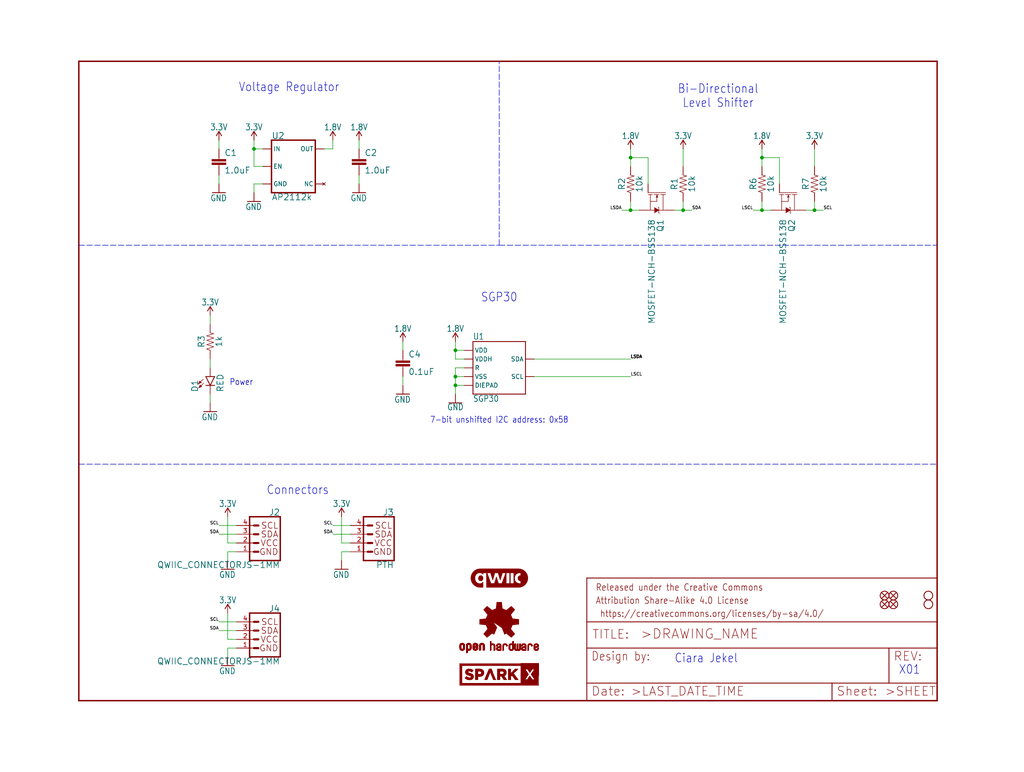
<source format=kicad_sch>
(kicad_sch (version 20211123) (generator eeschema)
  (paper "User" 297.002 223.926)
  (lib_symbols
    (symbol "eagleSchem-eagle-import:0.1UF-0603-25V-(+80{slash}-20%)"
      (property "Reference" "C" (at 1.524 2.921 0))
      (property "Value" "0.1UF-0603-25V-(+80{slash}-20%)" (at 1.524 -2.159 0))
      (symbol "0.1UF-0603-25V-(+80{slash}-20%)_1_0"
        (pin passive line (at 0 5.08 270) (length 2.54) (name "1") (number "1"))
        (pin passive line (at 0 -2.54 90) (length 2.54) (name "2") (number "2"))
      )
    )
    (symbol "eagleSchem-eagle-import:1.0UF-0603-16V-10%"
      (property "Reference" "C" (at 1.524 2.921 0))
      (property "Value" "1.0UF-0603-16V-10%" (at 1.524 -2.159 0))
      (symbol "1.0UF-0603-16V-10%_1_0"
        (pin passive line (at 0 5.08 270) (length 2.54) (name "1") (number "1"))
        (pin passive line (at 0 -2.54 90) (length 2.54) (name "2") (number "2"))
      )
    )
    (symbol "eagleSchem-eagle-import:1.8V" (power)
      (property "Value" "1.8V" (at 0 2.794 0))
      (symbol "1.8V_1_0"
        (pin power_in line (at 0 0 90) (length 2.54) (name "1.8V") (number "1"))
      )
    )
    (symbol "eagleSchem-eagle-import:10KOHM-0603-1{slash}10W-1%"
      (property "Reference" "R" (at 0 1.524 0))
      (property "Value" "10KOHM-0603-1{slash}10W-1%" (at 0 -1.524 0))
      (symbol "10KOHM-0603-1{slash}10W-1%_1_0"
        (pin passive line (at -5.08 0 0) (length 2.54) (name "1") (number "1"))
        (pin passive line (at 5.08 0 180) (length 2.54) (name "2") (number "2"))
      )
    )
    (symbol "eagleSchem-eagle-import:1KOHM-0603-1{slash}10W-1%"
      (property "Reference" "R" (at 0 1.524 0))
      (property "Value" "1KOHM-0603-1{slash}10W-1%" (at 0 -1.524 0))
      (symbol "1KOHM-0603-1{slash}10W-1%_1_0"
        (pin passive line (at -5.08 0 0) (length 2.54) (name "1") (number "1"))
        (pin passive line (at 5.08 0 180) (length 2.54) (name "2") (number "2"))
      )
    )
    (symbol "eagleSchem-eagle-import:3.3V" (power)
      (property "Value" "3.3V" (at 0 2.794 0))
      (symbol "3.3V_1_0"
        (pin power_in line (at 0 0 90) (length 2.54) (name "3.3V") (number "1"))
      )
    )
    (symbol "eagleSchem-eagle-import:FIDUCIALUFIDUCIAL")
    (symbol "eagleSchem-eagle-import:FRAME-LETTER"
      (symbol "FRAME-LETTER_2_0"
        (text " https://creativecommons.org/licenses/by-sa/4.0/" (at 2.54 24.13 0) (effects (font (size 1.9304 1.6408)) (justify left bottom)))
        (text ">DRAWING_NAME" (at 15.494 17.78 0) (effects (font (size 2.7432 2.7432)) (justify left bottom)))
        (text ">LAST_DATE_TIME" (at 12.7 1.27 0) (effects (font (size 2.54 2.54)) (justify left bottom)))
        (text ">SHEET" (at 86.36 1.27 0) (effects (font (size 2.54 2.54)) (justify left bottom)))
        (text "Attribution Share-Alike 4.0 License" (at 2.54 27.94 0) (effects (font (size 1.9304 1.6408)) (justify left bottom)))
        (text "Date:" (at 1.27 1.27 0) (effects (font (size 2.54 2.54)) (justify left bottom)))
        (text "Design by:" (at 1.27 11.43 0) (effects (font (size 2.54 2.159)) (justify left bottom)))
        (text "Released under the Creative Commons" (at 2.54 31.75 0) (effects (font (size 1.9304 1.6408)) (justify left bottom)))
        (text "REV:" (at 88.9 11.43 0) (effects (font (size 2.54 2.54)) (justify left bottom)))
        (text "Sheet:" (at 72.39 1.27 0) (effects (font (size 2.54 2.54)) (justify left bottom)))
        (text "TITLE:" (at 1.524 17.78 0) (effects (font (size 2.54 2.54)) (justify left bottom)))
      )
    )
    (symbol "eagleSchem-eagle-import:GND" (power)
      (property "Value" "GND" (at 0 -0.254 0))
      (symbol "GND_1_0"
        (pin power_in line (at 0 2.54 270) (length 2.54) (name "GND") (number "1"))
      )
    )
    (symbol "eagleSchem-eagle-import:I2C_STANDARD_NO_SILK"
      (property "Reference" "J" (at -5.08 7.874 0))
      (property "Value" "I2C_STANDARD_NO_SILK" (at -5.08 -5.334 0))
      (symbol "I2C_STANDARD_NO_SILK_1_0"
        (text "GND" (at -4.572 -2.54 0) (effects (font (size 1.778 1.778)) (justify left)))
        (text "SCL" (at -4.572 5.08 0) (effects (font (size 1.778 1.778)) (justify left)))
        (text "SDA" (at -4.572 2.54 0) (effects (font (size 1.778 1.778)) (justify left)))
        (text "VCC" (at -4.572 0 0) (effects (font (size 1.778 1.778)) (justify left)))
        (pin power_in line (at 7.62 -2.54 180) (length 5.08) (name "GND") (number "1"))
        (pin power_in line (at 7.62 0 180) (length 5.08) (name "VCC") (number "2"))
        (pin passive line (at 7.62 2.54 180) (length 5.08) (name "SDA") (number "3"))
        (pin passive line (at 7.62 5.08 180) (length 5.08) (name "SCL") (number "4"))
      )
    )
    (symbol "eagleSchem-eagle-import:LED-RED0603"
      (property "Reference" "D" (at -3.429 -4.572 90))
      (property "Value" "LED-RED0603" (at 1.905 -4.572 90))
      (symbol "LED-RED0603_1_0"
        (pin passive line (at 0 2.54 270) (length 2.54) (name "A") (number "A"))
        (pin passive line (at 0 -5.08 90) (length 2.54) (name "C") (number "C"))
      )
    )
    (symbol "eagleSchem-eagle-import:MIC5504"
      (property "Reference" "U" (at -7.62 7.874 0))
      (property "Value" "MIC5504" (at -7.62 -7.874 0))
      (symbol "MIC5504_1_0"
        (pin input line (at -10.16 5.08 0) (length 2.54) (name "IN") (number "1"))
        (pin input line (at -10.16 -5.08 0) (length 2.54) (name "GND") (number "2"))
        (pin input line (at -10.16 0 0) (length 2.54) (name "EN") (number "3"))
        (pin no_connect line (at 7.62 -5.08 180) (length 2.54) (name "NC") (number "4"))
        (pin passive line (at 7.62 5.08 180) (length 2.54) (name "OUT") (number "5"))
      )
    )
    (symbol "eagleSchem-eagle-import:MOSFET-NCH-BSS138"
      (property "Reference" "Q" (at 5.08 0 0))
      (property "Value" "MOSFET-NCH-BSS138" (at 5.08 -2.54 0))
      (symbol "MOSFET-NCH-BSS138_1_0"
        (pin bidirectional line (at -5.08 -2.54 0) (length 2.54) (name "G") (number "1"))
        (pin bidirectional line (at 2.54 -5.08 90) (length 2.54) (name "S") (number "2"))
        (pin bidirectional line (at 2.54 5.08 270) (length 2.54) (name "D") (number "3"))
      )
    )
    (symbol "eagleSchem-eagle-import:OSHW-LOGOMINI")
    (symbol "eagleSchem-eagle-import:QWIIC_CONNECTORJS-1MM"
      (property "Reference" "J" (at -5.08 7.874 0))
      (property "Value" "QWIIC_CONNECTORJS-1MM" (at -5.08 -5.334 0))
      (symbol "QWIIC_CONNECTORJS-1MM_1_0"
        (text "GND" (at -4.572 -2.54 0) (effects (font (size 1.778 1.778)) (justify left)))
        (text "SCL" (at -4.572 5.08 0) (effects (font (size 1.778 1.778)) (justify left)))
        (text "SDA" (at -4.572 2.54 0) (effects (font (size 1.778 1.778)) (justify left)))
        (text "VCC" (at -4.572 0 0) (effects (font (size 1.778 1.778)) (justify left)))
        (pin power_in line (at 7.62 -2.54 180) (length 5.08) (name "1") (number "1"))
        (pin power_in line (at 7.62 0 180) (length 5.08) (name "2") (number "2"))
        (pin passive line (at 7.62 2.54 180) (length 5.08) (name "3") (number "3"))
        (pin passive line (at 7.62 5.08 180) (length 5.08) (name "4") (number "4"))
      )
    )
    (symbol "eagleSchem-eagle-import:QWIIC_LOGO_7MM")
    (symbol "eagleSchem-eagle-import:SGP30"
      (property "Reference" "U" (at -7.62 8.128 0))
      (property "Value" "SGP30" (at -7.62 -9.906 0))
      (symbol "SGP30_1_0"
        (pin bidirectional line (at -10.16 5.08 0) (length 2.54) (name "VDD") (number "1"))
        (pin bidirectional line (at -10.16 -2.54 0) (length 2.54) (name "VSS") (number "2"))
        (pin bidirectional line (at 10.16 2.54 180) (length 2.54) (name "SDA") (number "3"))
        (pin bidirectional line (at -10.16 0 0) (length 2.54) (name "R") (number "4"))
        (pin bidirectional line (at -10.16 2.54 0) (length 2.54) (name "VDDH") (number "5"))
        (pin bidirectional line (at 10.16 -2.54 180) (length 2.54) (name "SCL") (number "6"))
        (pin bidirectional line (at -10.16 -5.08 0) (length 2.54) (name "DIEPAD") (number "DIEPAD"))
      )
    )
    (symbol "eagleSchem-eagle-import:SPARKX-LOGO4")
    (symbol "eagleSchem-eagle-import:STAND-OFF")
  )
  (junction (at 73.66 43.18))
  (junction (at 182.88 60.96))
  (junction (at 132.08 111.76))
  (junction (at 236.22 60.96))
  (junction (at 182.88 45.72))
  (junction (at 220.98 45.72))
  (junction (at 132.08 109.22))
  (junction (at 220.98 60.96))
  (junction (at 198.12 60.96))
  (junction (at 132.08 101.6))
  (wire (pts (xy 198.12 48.26) (xy 198.12 43.18)))
  (wire (pts (xy 66.04 160.02) (xy 66.04 162.56)))
  (wire (pts (xy 63.5 50.8) (xy 63.5 53.34)))
  (wire (pts (xy 73.66 43.18) (xy 73.66 40.64)))
  (wire (pts (xy 220.98 60.96) (xy 223.52 60.96)))
  (wire (pts (xy 182.88 45.72) (xy 182.88 43.18)))
  (wire (pts (xy 101.6 157.48) (xy 99.06 157.48)))
  (wire (pts (xy 76.2 48.26) (xy 73.66 48.26)))
  (wire (pts (xy 198.12 60.96) (xy 200.66 60.96)))
  (wire (pts (xy 68.58 160.02) (xy 66.04 160.02)))
  (wire (pts (xy 68.58 182.88) (xy 63.5 182.88)))
  (wire (pts (xy 154.94 109.22) (xy 182.88 109.22)))
  (wire (pts (xy 68.58 185.42) (xy 66.04 185.42)))
  (wire (pts (xy 198.12 60.96) (xy 198.12 58.42)))
  (wire (pts (xy 182.88 60.96) (xy 180.34 60.96)))
  (polyline (pts (xy 144.78 71.12) (xy 271.78 71.12)))
  (wire (pts (xy 99.06 160.02) (xy 99.06 162.56)))
  (wire (pts (xy 101.6 160.02) (xy 99.06 160.02)))
  (wire (pts (xy 73.66 48.26) (xy 73.66 43.18)))
  (wire (pts (xy 132.08 104.14) (xy 132.08 101.6)))
  (wire (pts (xy 96.52 43.18) (xy 96.52 40.64)))
  (wire (pts (xy 63.5 43.18) (xy 63.5 40.64)))
  (wire (pts (xy 195.58 60.96) (xy 198.12 60.96)))
  (wire (pts (xy 236.22 48.26) (xy 236.22 43.18)))
  (wire (pts (xy 134.62 111.76) (xy 132.08 111.76)))
  (wire (pts (xy 236.22 58.42) (xy 236.22 60.96)))
  (wire (pts (xy 132.08 101.6) (xy 132.08 99.06)))
  (wire (pts (xy 68.58 157.48) (xy 66.04 157.48)))
  (wire (pts (xy 182.88 60.96) (xy 185.42 60.96)))
  (wire (pts (xy 73.66 55.88) (xy 73.66 53.34)))
  (polyline (pts (xy 144.78 71.12) (xy 144.78 17.78)))
  (wire (pts (xy 226.06 53.34) (xy 226.06 45.72)))
  (wire (pts (xy 226.06 45.72) (xy 220.98 45.72)))
  (wire (pts (xy 116.84 109.22) (xy 116.84 111.76)))
  (wire (pts (xy 101.6 154.94) (xy 96.52 154.94)))
  (wire (pts (xy 132.08 111.76) (xy 132.08 114.3)))
  (polyline (pts (xy 22.86 71.12) (xy 144.78 71.12)))
  (wire (pts (xy 60.96 116.84) (xy 60.96 114.3)))
  (wire (pts (xy 68.58 187.96) (xy 66.04 187.96)))
  (wire (pts (xy 236.22 60.96) (xy 233.68 60.96)))
  (wire (pts (xy 220.98 58.42) (xy 220.98 60.96)))
  (wire (pts (xy 101.6 152.4) (xy 96.52 152.4)))
  (wire (pts (xy 60.96 93.98) (xy 60.96 91.44)))
  (wire (pts (xy 182.88 45.72) (xy 182.88 48.26)))
  (wire (pts (xy 134.62 104.14) (xy 132.08 104.14)))
  (polyline (pts (xy 22.86 134.62) (xy 271.78 134.62)))
  (wire (pts (xy 66.04 157.48) (xy 66.04 149.86)))
  (wire (pts (xy 220.98 45.72) (xy 220.98 48.26)))
  (wire (pts (xy 187.96 53.34) (xy 187.96 45.72)))
  (wire (pts (xy 187.96 45.72) (xy 182.88 45.72)))
  (wire (pts (xy 182.88 58.42) (xy 182.88 60.96)))
  (wire (pts (xy 104.14 50.8) (xy 104.14 53.34)))
  (wire (pts (xy 68.58 152.4) (xy 63.5 152.4)))
  (wire (pts (xy 132.08 109.22) (xy 132.08 111.76)))
  (wire (pts (xy 76.2 43.18) (xy 73.66 43.18)))
  (wire (pts (xy 116.84 101.6) (xy 116.84 99.06)))
  (wire (pts (xy 99.06 157.48) (xy 99.06 149.86)))
  (wire (pts (xy 132.08 106.68) (xy 132.08 109.22)))
  (wire (pts (xy 236.22 60.96) (xy 238.76 60.96)))
  (wire (pts (xy 73.66 53.34) (xy 76.2 53.34)))
  (wire (pts (xy 132.08 101.6) (xy 134.62 101.6)))
  (wire (pts (xy 60.96 106.68) (xy 60.96 104.14)))
  (wire (pts (xy 68.58 154.94) (xy 63.5 154.94)))
  (wire (pts (xy 154.94 104.14) (xy 182.88 104.14)))
  (wire (pts (xy 104.14 43.18) (xy 104.14 40.64)))
  (wire (pts (xy 68.58 180.34) (xy 63.5 180.34)))
  (wire (pts (xy 66.04 187.96) (xy 66.04 190.5)))
  (wire (pts (xy 220.98 45.72) (xy 220.98 43.18)))
  (wire (pts (xy 134.62 109.22) (xy 132.08 109.22)))
  (wire (pts (xy 93.98 43.18) (xy 96.52 43.18)))
  (wire (pts (xy 220.98 60.96) (xy 218.44 60.96)))
  (wire (pts (xy 134.62 106.68) (xy 132.08 106.68)))
  (wire (pts (xy 66.04 185.42) (xy 66.04 177.8)))
  (text "Ciara Jekel" (at 195.58 192.532 180) (effects (font (size 2.54 2.159)) (justify left bottom)))
  (text "7-bit unshifted I2C address: 0x58" (at 144.78 121.92 180) (effects (font (size 1.778 1.5113))))
  (text "X01" (at 260.604 195.834 180) (effects (font (size 2.54 2.159)) (justify left bottom)))
  (text "SGP30" (at 144.78 86.36 180) (effects (font (size 2.54 2.159))))
  (text "Connectors" (at 86.36 142.24 180) (effects (font (size 2.54 2.159))))
  (text "Bi-Directional\nLevel Shifter" (at 208.28 27.94 180) (effects (font (size 2.54 2.159))))
  (text "Voltage Regulator" (at 83.82 25.4 180) (effects (font (size 2.54 2.159))))
  (text "Power" (at 66.548 112.014 180) (effects (font (size 1.778 1.5113)) (justify left bottom)))
  (label "SDA" (at 96.52 154.94 180) (effects (font (size 0.889 0.889))))
  (label "SCL" (at 238.76 60.96 0) (effects (font (size 0.889 0.889))))
  (label "LSDA" (at 182.88 104.14 0) (effects (font (size 0.889 0.889))))
  (label "SDA" (at 63.5 154.94 180) (effects (font (size 0.889 0.889))))
  (label "SDA" (at 200.66 60.96 0) (effects (font (size 0.889 0.889))))
  (label "LSCL" (at 182.88 109.22 0) (effects (font (size 0.889 0.889))))
  (label "SCL" (at 96.52 152.4 180) (effects (font (size 0.889 0.889))))
  (label "LSDA" (at 182.88 104.14 0) (effects (font (size 0.889 0.889))))
  (label "LSCL" (at 218.44 60.96 180) (effects (font (size 0.889 0.889))))
  (label "LSDA" (at 180.34 60.96 180) (effects (font (size 0.889 0.889))))
  (label "SDA" (at 63.5 182.88 180) (effects (font (size 0.889 0.889))))
  (label "LSDA" (at 182.88 104.14 0) (effects (font (size 0.889 0.889))))
  (label "LSDA" (at 182.88 104.14 0) (effects (font (size 0.889 0.889))))
  (label "LSDA" (at 182.88 104.14 0) (effects (font (size 0.889 0.889))))
  (label "SCL" (at 63.5 152.4 180) (effects (font (size 0.889 0.889))))
  (label "SCL" (at 63.5 180.34 180) (effects (font (size 0.889 0.889))))
  (symbol (lib_id "eagleSchem-eagle-import:FRAME-LETTER") (at 170.18 203.2 0) (unit 2)
    (property "Reference" "FRAME1" (effects hide))
    (property "Value" "FRAME-LETTER" (effects hide))
    (property "Footprint" "eagleSchem:CREATIVE_COMMONS" (effects hide))
  )
  (symbol (lib_id "eagleSchem-eagle-import:GND") (at 66.04 193.04 0) (unit 1)
    (property "Reference" "#GND8" (effects hide))
    (property "Value" "GND" (at 63.5 195.58 0) (effects (font (size 1.778 1.5113)) (justify left bottom)))
    (property "Footprint" "eagleSchem:" (effects hide))
  )
  (symbol (lib_id "eagleSchem-eagle-import:1.8V") (at 96.52 40.64 0) (unit 1)
    (property "Reference" "#SUPPLY5" (effects hide))
    (property "Value" "1.8V" (at 96.52 37.846 0) (effects (font (size 1.778 1.5113)) (justify bottom)))
    (property "Footprint" "eagleSchem:" (effects hide))
  )
  (symbol (lib_id "eagleSchem-eagle-import:3.3V") (at 236.22 43.18 0) (unit 1)
    (property "Reference" "#SUPPLY9" (effects hide))
    (property "Value" "3.3V" (at 236.22 40.386 0) (effects (font (size 1.778 1.5113)) (justify bottom)))
    (property "Footprint" "eagleSchem:" (effects hide))
  )
  (symbol (lib_id "eagleSchem-eagle-import:SGP30") (at 144.78 106.68 0) (unit 1)
    (property "Reference" "U1" (at 137.16 98.552 0) (effects (font (size 1.778 1.5113)) (justify left bottom)))
    (property "Value" "SGP30" (at 137.16 116.586 0) (effects (font (size 1.778 1.5113)) (justify left bottom)))
    (property "Footprint" "eagleSchem:SGP30" (effects hide))
  )
  (symbol (lib_id "eagleSchem-eagle-import:GND") (at 73.66 58.42 0) (unit 1)
    (property "Reference" "#GND2" (effects hide))
    (property "Value" "GND" (at 71.12 60.96 0) (effects (font (size 1.778 1.5113)) (justify left bottom)))
    (property "Footprint" "eagleSchem:" (effects hide))
  )
  (symbol (lib_id "eagleSchem-eagle-import:3.3V") (at 66.04 149.86 0) (unit 1)
    (property "Reference" "#SUPPLY4" (effects hide))
    (property "Value" "3.3V" (at 66.04 147.066 0) (effects (font (size 1.778 1.5113)) (justify bottom)))
    (property "Footprint" "eagleSchem:" (effects hide))
  )
  (symbol (lib_id "eagleSchem-eagle-import:1.0UF-0603-16V-10%") (at 104.14 48.26 0) (unit 1)
    (property "Reference" "C2" (at 105.664 45.339 0) (effects (font (size 1.778 1.778)) (justify left bottom)))
    (property "Value" "1.0uF" (at 105.664 50.419 0) (effects (font (size 1.778 1.778)) (justify left bottom)))
    (property "Footprint" "eagleSchem:0603" (effects hide))
  )
  (symbol (lib_id "eagleSchem-eagle-import:QWIIC_LOGO_7MM") (at 144.78 167.64 0) (unit 1)
    (property "Reference" "U$9" (effects hide))
    (property "Value" "QWIIC_LOGO_7MM" (effects hide))
    (property "Footprint" "eagleSchem:QWIIC_7MM" (effects hide))
  )
  (symbol (lib_id "eagleSchem-eagle-import:1.8V") (at 104.14 40.64 0) (unit 1)
    (property "Reference" "#SUPPLY14" (effects hide))
    (property "Value" "1.8V" (at 104.14 37.846 0) (effects (font (size 1.778 1.5113)) (justify bottom)))
    (property "Footprint" "eagleSchem:" (effects hide))
  )
  (symbol (lib_id "eagleSchem-eagle-import:3.3V") (at 63.5 40.64 0) (unit 1)
    (property "Reference" "#SUPPLY6" (effects hide))
    (property "Value" "3.3V" (at 63.5 37.846 0) (effects (font (size 1.778 1.5113)) (justify bottom)))
    (property "Footprint" "eagleSchem:" (effects hide))
  )
  (symbol (lib_id "eagleSchem-eagle-import:FIDUCIALUFIDUCIAL") (at 256.54 172.72 0) (unit 1)
    (property "Reference" "JP2" (effects hide))
    (property "Value" "FIDUCIALUFIDUCIAL" (effects hide))
    (property "Footprint" "eagleSchem:MICRO-FIDUCIAL" (effects hide))
  )
  (symbol (lib_id "eagleSchem-eagle-import:SPARKX-LOGO4") (at 144.78 195.58 0) (unit 1)
    (property "Reference" "U$2" (effects hide))
    (property "Value" "SPARKX-LOGO4" (effects hide))
    (property "Footprint" "eagleSchem:SPARKX-MEDIUM" (effects hide))
  )
  (symbol (lib_id "eagleSchem-eagle-import:I2C_STANDARD_NO_SILK") (at 109.22 157.48 0) (mirror y) (unit 1)
    (property "Reference" "J3" (at 114.3 149.606 0) (effects (font (size 1.778 1.778)) (justify left bottom)))
    (property "Value" "PTH" (at 114.3 162.814 0) (effects (font (size 1.778 1.778)) (justify left top)))
    (property "Footprint" "eagleSchem:1X04_NO_SILK" (effects hide))
  )
  (symbol (lib_id "eagleSchem-eagle-import:1.8V") (at 182.88 43.18 0) (unit 1)
    (property "Reference" "#SUPPLY12" (effects hide))
    (property "Value" "1.8V" (at 182.88 40.386 0) (effects (font (size 1.778 1.5113)) (justify bottom)))
    (property "Footprint" "eagleSchem:" (effects hide))
  )
  (symbol (lib_id "eagleSchem-eagle-import:MIC5504") (at 86.36 48.26 0) (unit 1)
    (property "Reference" "U2" (at 78.74 40.386 0) (effects (font (size 1.778 1.778)) (justify left bottom)))
    (property "Value" "AP2112k" (at 78.74 56.134 0) (effects (font (size 1.778 1.778)) (justify left top)))
    (property "Footprint" "eagleSchem:SOT23-5" (effects hide))
  )
  (symbol (lib_id "eagleSchem-eagle-import:1.8V") (at 220.98 43.18 0) (unit 1)
    (property "Reference" "#SUPPLY13" (effects hide))
    (property "Value" "1.8V" (at 220.98 40.386 0) (effects (font (size 1.778 1.5113)) (justify bottom)))
    (property "Footprint" "eagleSchem:" (effects hide))
  )
  (symbol (lib_id "eagleSchem-eagle-import:3.3V") (at 66.04 177.8 0) (unit 1)
    (property "Reference" "#SUPPLY8" (effects hide))
    (property "Value" "3.3V" (at 66.04 175.006 0) (effects (font (size 1.778 1.5113)) (justify bottom)))
    (property "Footprint" "eagleSchem:" (effects hide))
  )
  (symbol (lib_id "eagleSchem-eagle-import:STAND-OFF") (at 269.24 175.26 0) (unit 1)
    (property "Reference" "JP4" (effects hide))
    (property "Value" "STAND-OFF" (effects hide))
    (property "Footprint" "eagleSchem:STAND-OFF" (effects hide))
  )
  (symbol (lib_id "eagleSchem-eagle-import:10KOHM-0603-1{slash}10W-1%") (at 236.22 53.34 90) (unit 1)
    (property "Reference" "R7" (at 234.696 53.34 0) (effects (font (size 1.778 1.778)) (justify bottom)))
    (property "Value" "10k" (at 237.744 53.34 0) (effects (font (size 1.778 1.778)) (justify top)))
    (property "Footprint" "eagleSchem:0603" (effects hide))
  )
  (symbol (lib_id "eagleSchem-eagle-import:3.3V") (at 198.12 43.18 0) (unit 1)
    (property "Reference" "#SUPPLY11" (effects hide))
    (property "Value" "3.3V" (at 198.12 40.386 0) (effects (font (size 1.778 1.5113)) (justify bottom)))
    (property "Footprint" "eagleSchem:" (effects hide))
  )
  (symbol (lib_id "eagleSchem-eagle-import:GND") (at 63.5 55.88 0) (unit 1)
    (property "Reference" "#GND5" (effects hide))
    (property "Value" "GND" (at 60.96 58.42 0) (effects (font (size 1.778 1.5113)) (justify left bottom)))
    (property "Footprint" "eagleSchem:" (effects hide))
  )
  (symbol (lib_id "eagleSchem-eagle-import:MOSFET-NCH-BSS138") (at 228.6 58.42 270) (unit 1)
    (property "Reference" "Q2" (at 228.6 63.5 0) (effects (font (size 1.778 1.778)) (justify left bottom)))
    (property "Value" "MOSFET-NCH-BSS138" (at 226.06 63.5 0) (effects (font (size 1.778 1.778)) (justify left bottom)))
    (property "Footprint" "eagleSchem:SOT23-3" (effects hide))
  )
  (symbol (lib_id "eagleSchem-eagle-import:GND") (at 132.08 116.84 0) (unit 1)
    (property "Reference" "#GND1" (effects hide))
    (property "Value" "GND" (at 132.08 117.094 0) (effects (font (size 1.778 1.5113)) (justify top)))
    (property "Footprint" "eagleSchem:" (effects hide))
  )
  (symbol (lib_id "eagleSchem-eagle-import:3.3V") (at 60.96 91.44 0) (unit 1)
    (property "Reference" "#SUPPLY10" (effects hide))
    (property "Value" "3.3V" (at 60.96 88.646 0) (effects (font (size 1.778 1.5113)) (justify bottom)))
    (property "Footprint" "eagleSchem:" (effects hide))
  )
  (symbol (lib_id "eagleSchem-eagle-import:10KOHM-0603-1{slash}10W-1%") (at 182.88 53.34 90) (unit 1)
    (property "Reference" "R2" (at 181.356 53.34 0) (effects (font (size 1.778 1.778)) (justify bottom)))
    (property "Value" "10k" (at 184.404 53.34 0) (effects (font (size 1.778 1.778)) (justify top)))
    (property "Footprint" "eagleSchem:0603" (effects hide))
  )
  (symbol (lib_id "eagleSchem-eagle-import:OSHW-LOGOMINI") (at 144.78 180.34 0) (unit 1)
    (property "Reference" "LOGO1" (effects hide))
    (property "Value" "OSHW-LOGOMINI" (effects hide))
    (property "Footprint" "eagleSchem:OSHW-LOGO-MINI" (effects hide))
  )
  (symbol (lib_id "eagleSchem-eagle-import:GND") (at 66.04 165.1 0) (unit 1)
    (property "Reference" "#GND6" (effects hide))
    (property "Value" "GND" (at 63.5 167.64 0) (effects (font (size 1.778 1.5113)) (justify left bottom)))
    (property "Footprint" "eagleSchem:" (effects hide))
  )
  (symbol (lib_id "eagleSchem-eagle-import:FIDUCIALUFIDUCIAL") (at 259.08 175.26 0) (unit 1)
    (property "Reference" "JP1" (effects hide))
    (property "Value" "FIDUCIALUFIDUCIAL" (effects hide))
    (property "Footprint" "eagleSchem:MICRO-FIDUCIAL" (effects hide))
  )
  (symbol (lib_id "eagleSchem-eagle-import:MOSFET-NCH-BSS138") (at 190.5 58.42 270) (unit 1)
    (property "Reference" "Q1" (at 190.5 63.5 0) (effects (font (size 1.778 1.778)) (justify left bottom)))
    (property "Value" "MOSFET-NCH-BSS138" (at 187.96 63.5 0) (effects (font (size 1.778 1.778)) (justify left bottom)))
    (property "Footprint" "eagleSchem:SOT23-3" (effects hide))
  )
  (symbol (lib_id "eagleSchem-eagle-import:LED-RED0603") (at 60.96 109.22 0) (unit 1)
    (property "Reference" "D1" (at 57.531 113.792 90) (effects (font (size 1.778 1.778)) (justify left bottom)))
    (property "Value" "RED" (at 62.865 113.792 90) (effects (font (size 1.778 1.778)) (justify left top)))
    (property "Footprint" "eagleSchem:LED-0603" (effects hide))
  )
  (symbol (lib_id "eagleSchem-eagle-import:GND") (at 104.14 55.88 0) (unit 1)
    (property "Reference" "#GND9" (effects hide))
    (property "Value" "GND" (at 101.6 58.42 0) (effects (font (size 1.778 1.5113)) (justify left bottom)))
    (property "Footprint" "eagleSchem:" (effects hide))
  )
  (symbol (lib_id "eagleSchem-eagle-import:GND") (at 60.96 119.38 0) (unit 1)
    (property "Reference" "#GND3" (effects hide))
    (property "Value" "GND" (at 58.42 121.92 0) (effects (font (size 1.778 1.5113)) (justify left bottom)))
    (property "Footprint" "eagleSchem:" (effects hide))
  )
  (symbol (lib_id "eagleSchem-eagle-import:QWIIC_CONNECTORJS-1MM") (at 76.2 157.48 0) (mirror y) (unit 1)
    (property "Reference" "J2" (at 81.28 149.606 0) (effects (font (size 1.778 1.778)) (justify left bottom)))
    (property "Value" "QWIIC_CONNECTORJS-1MM" (at 81.28 162.814 0) (effects (font (size 1.778 1.778)) (justify left top)))
    (property "Footprint" "eagleSchem:1X04_1MM_RA" (effects hide))
  )
  (symbol (lib_id "eagleSchem-eagle-import:1.0UF-0603-16V-10%") (at 63.5 48.26 0) (unit 1)
    (property "Reference" "C1" (at 65.024 45.339 0) (effects (font (size 1.778 1.778)) (justify left bottom)))
    (property "Value" "1.0uF" (at 65.024 50.419 0) (effects (font (size 1.778 1.778)) (justify left bottom)))
    (property "Footprint" "eagleSchem:0603" (effects hide))
  )
  (symbol (lib_id "eagleSchem-eagle-import:GND") (at 116.84 114.3 0) (unit 1)
    (property "Reference" "#GND4" (effects hide))
    (property "Value" "GND" (at 114.3 116.84 0) (effects (font (size 1.778 1.5113)) (justify left bottom)))
    (property "Footprint" "eagleSchem:" (effects hide))
  )
  (symbol (lib_id "eagleSchem-eagle-import:1.8V") (at 116.84 99.06 0) (unit 1)
    (property "Reference" "#SUPPLY2" (effects hide))
    (property "Value" "1.8V" (at 116.84 96.266 0) (effects (font (size 1.778 1.5113)) (justify bottom)))
    (property "Footprint" "eagleSchem:" (effects hide))
  )
  (symbol (lib_id "eagleSchem-eagle-import:FRAME-LETTER") (at 22.86 203.2 0) (unit 1)
    (property "Reference" "FRAME1" (effects hide))
    (property "Value" "FRAME-LETTER" (effects hide))
    (property "Footprint" "eagleSchem:CREATIVE_COMMONS" (effects hide))
  )
  (symbol (lib_id "eagleSchem-eagle-import:SPARKX-LOGO4") (at 144.78 195.58 0) (unit 1)
    (property "Reference" "U$1" (effects hide))
    (property "Value" "SPARKX-LOGO4" (effects hide))
    (property "Footprint" "eagleSchem:SPARKX-MEDIUM" (effects hide))
  )
  (symbol (lib_id "eagleSchem-eagle-import:QWIIC_CONNECTORJS-1MM") (at 76.2 185.42 0) (mirror y) (unit 1)
    (property "Reference" "J4" (at 81.28 177.546 0) (effects (font (size 1.778 1.778)) (justify left bottom)))
    (property "Value" "QWIIC_CONNECTORJS-1MM" (at 81.28 190.754 0) (effects (font (size 1.778 1.778)) (justify left top)))
    (property "Footprint" "eagleSchem:1X04_1MM_RA" (effects hide))
  )
  (symbol (lib_id "eagleSchem-eagle-import:GND") (at 99.06 165.1 0) (unit 1)
    (property "Reference" "#GND7" (effects hide))
    (property "Value" "GND" (at 96.52 167.64 0) (effects (font (size 1.778 1.5113)) (justify left bottom)))
    (property "Footprint" "eagleSchem:" (effects hide))
  )
  (symbol (lib_id "eagleSchem-eagle-import:3.3V") (at 73.66 40.64 0) (unit 1)
    (property "Reference" "#SUPPLY3" (effects hide))
    (property "Value" "3.3V" (at 73.66 37.846 0) (effects (font (size 1.778 1.5113)) (justify bottom)))
    (property "Footprint" "eagleSchem:" (effects hide))
  )
  (symbol (lib_id "eagleSchem-eagle-import:1.8V") (at 132.08 99.06 0) (unit 1)
    (property "Reference" "#SUPPLY1" (effects hide))
    (property "Value" "1.8V" (at 132.08 96.266 0) (effects (font (size 1.778 1.5113)) (justify bottom)))
    (property "Footprint" "eagleSchem:" (effects hide))
  )
  (symbol (lib_id "eagleSchem-eagle-import:0.1UF-0603-25V-(+80{slash}-20%)") (at 116.84 106.68 0) (unit 1)
    (property "Reference" "C4" (at 118.364 103.759 0) (effects (font (size 1.778 1.778)) (justify left bottom)))
    (property "Value" "0.1uF" (at 118.364 108.839 0) (effects (font (size 1.778 1.778)) (justify left bottom)))
    (property "Footprint" "eagleSchem:0603" (effects hide))
  )
  (symbol (lib_id "eagleSchem-eagle-import:1KOHM-0603-1{slash}10W-1%") (at 60.96 99.06 90) (unit 1)
    (property "Reference" "R3" (at 59.436 99.06 0) (effects (font (size 1.778 1.778)) (justify bottom)))
    (property "Value" "1k" (at 62.484 99.06 0) (effects (font (size 1.778 1.778)) (justify top)))
    (property "Footprint" "eagleSchem:0603" (effects hide))
  )
  (symbol (lib_id "eagleSchem-eagle-import:3.3V") (at 99.06 149.86 0) (unit 1)
    (property "Reference" "#SUPPLY7" (effects hide))
    (property "Value" "3.3V" (at 99.06 147.066 0) (effects (font (size 1.778 1.5113)) (justify bottom)))
    (property "Footprint" "eagleSchem:" (effects hide))
  )
  (symbol (lib_id "eagleSchem-eagle-import:FIDUCIALUFIDUCIAL") (at 259.08 172.72 0) (unit 1)
    (property "Reference" "JP6" (effects hide))
    (property "Value" "FIDUCIALUFIDUCIAL" (effects hide))
    (property "Footprint" "eagleSchem:MICRO-FIDUCIAL" (effects hide))
  )
  (symbol (lib_id "eagleSchem-eagle-import:FIDUCIALUFIDUCIAL") (at 256.54 175.26 0) (unit 1)
    (property "Reference" "JP5" (effects hide))
    (property "Value" "FIDUCIALUFIDUCIAL" (effects hide))
    (property "Footprint" "eagleSchem:MICRO-FIDUCIAL" (effects hide))
  )
  (symbol (lib_id "eagleSchem-eagle-import:10KOHM-0603-1{slash}10W-1%") (at 198.12 53.34 90) (unit 1)
    (property "Reference" "R1" (at 196.596 53.34 0) (effects (font (size 1.778 1.778)) (justify bottom)))
    (property "Value" "10k" (at 199.644 53.34 0) (effects (font (size 1.778 1.778)) (justify top)))
    (property "Footprint" "eagleSchem:0603" (effects hide))
  )
  (symbol (lib_id "eagleSchem-eagle-import:STAND-OFF") (at 269.24 172.72 0) (unit 1)
    (property "Reference" "JP3" (effects hide))
    (property "Value" "STAND-OFF" (effects hide))
    (property "Footprint" "eagleSchem:STAND-OFF" (effects hide))
  )
  (symbol (lib_id "eagleSchem-eagle-import:10KOHM-0603-1{slash}10W-1%") (at 220.98 53.34 90) (unit 1)
    (property "Reference" "R6" (at 219.456 53.34 0) (effects (font (size 1.778 1.778)) (justify bottom)))
    (property "Value" "10k" (at 222.504 53.34 0) (effects (font (size 1.778 1.778)) (justify top)))
    (property "Footprint" "eagleSchem:0603" (effects hide))
  )
)
</source>
